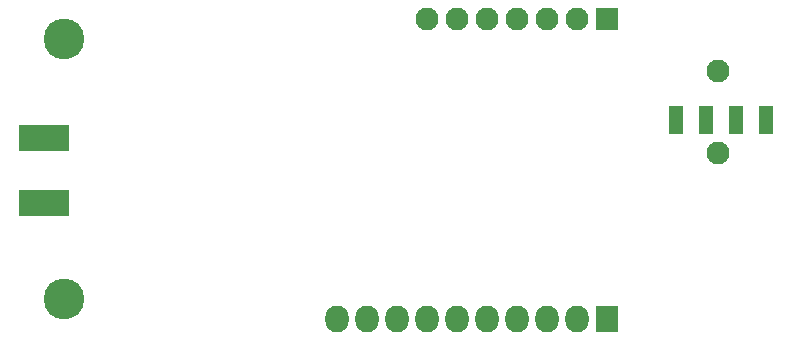
<source format=gbs>
G04 #@! TF.GenerationSoftware,KiCad,Pcbnew,(5.0.0)*
G04 #@! TF.CreationDate,2018-09-16T16:08:27-07:00*
G04 #@! TF.ProjectId,HamShieldMini1.2,48616D536869656C644D696E69312E32,rev?*
G04 #@! TF.SameCoordinates,PX459e440PY8f0d180*
G04 #@! TF.FileFunction,Soldermask,Bot*
G04 #@! TF.FilePolarity,Negative*
%FSLAX46Y46*%
G04 Gerber Fmt 4.6, Leading zero omitted, Abs format (unit mm)*
G04 Created by KiCad (PCBNEW (5.0.0)) date 09/16/18 16:08:27*
%MOMM*%
%LPD*%
G01*
G04 APERTURE LIST*
%ADD10C,1.950000*%
%ADD11R,1.977200X2.282000*%
%ADD12O,1.977200X2.282000*%
%ADD13R,4.314000X2.250000*%
%ADD14R,1.950000X1.950000*%
%ADD15O,1.950000X1.950000*%
%ADD16R,1.270000X2.420000*%
%ADD17C,3.450000*%
G04 APERTURE END LIST*
D10*
G04 #@! TO.C,J2*
X59400000Y23300000D03*
X59400000Y16300000D03*
G04 #@! TD*
D11*
G04 #@! TO.C,P1*
X50000000Y2250000D03*
D12*
X47460000Y2250000D03*
X44920000Y2250000D03*
X42380000Y2250000D03*
X39840000Y2250000D03*
X37300000Y2250000D03*
X34760000Y2250000D03*
X32220000Y2250000D03*
X29680000Y2250000D03*
X27140000Y2250000D03*
G04 #@! TD*
D13*
G04 #@! TO.C,J1*
X2325000Y12063000D03*
X2325000Y17587000D03*
G04 #@! TD*
D14*
G04 #@! TO.C,P2*
X50000000Y27650000D03*
D15*
X47460000Y27650000D03*
X44920000Y27650000D03*
X42380000Y27650000D03*
X39840000Y27650000D03*
X37300000Y27650000D03*
X34760000Y27650000D03*
G04 #@! TD*
D16*
G04 #@! TO.C,JP3*
X63410000Y19100000D03*
X60870000Y19100000D03*
X58330000Y19100000D03*
X55790000Y19100000D03*
G04 #@! TD*
D17*
G04 #@! TO.C,MK1*
X4000000Y26000000D03*
G04 #@! TD*
G04 #@! TO.C,MK2*
X4000000Y4000000D03*
G04 #@! TD*
M02*

</source>
